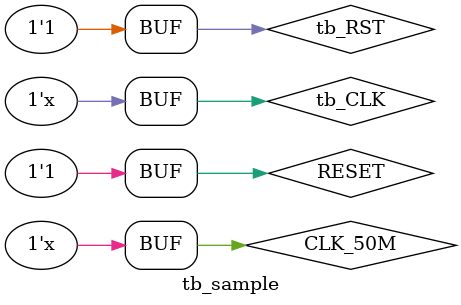
<source format=v>
`timescale 1 ns / 10 ps // Time Unit / Accuracy
`define TB_CYCLE        20     // 20ns (50MHz)
`define TB_RESET_COUNT  4      // Reset Count
`define TB_FINISH_COUNT 1000   // Finish Count


module tb_sample(
);

  wire       tb_RST;
  wire       tb_CLK;

  // Reset
  reg RESET;
  initial begin
    RESET = 1'b1;
    # (`TB_CYCLE * `TB_RESET_COUNT)
    RESET = 1'b0;
    # (`TB_CYCLE * `TB_RESET_COUNT)
    RESET = 1'b1;
  end
  assign tb_RST = RESET;

  // Clock
  reg CLK_50M;
  initial begin
    CLK_50M = 1'b0;
  end
  always # (`TB_CYCLE / 2)
    CLK_50M <= ~CLK_50M;
  assign tb_CLK = CLK_50M;

  // Test

  // instance
  TTM4 U_TTM4(
    .RST(tb_RST),
    .CLK(tb_CLK)
  );

endmodule

</source>
